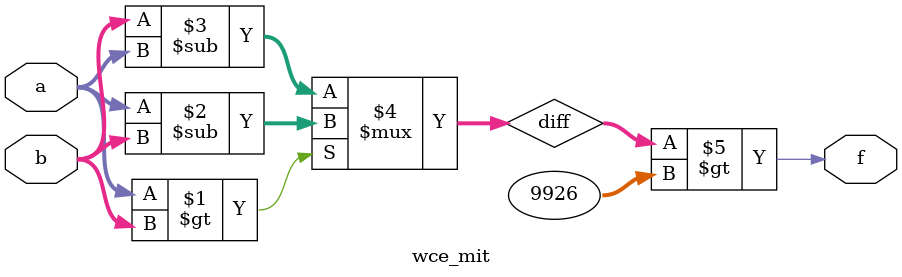
<source format=v>
module wce_mit(a, b, f);
parameter _bit = 16;
parameter wce = 9926;
input [_bit - 1: 0] a;
input [_bit - 1: 0] b;
output f;
wire [_bit - 1: 0] diff;
assign diff = (a > b)? (a - b): (b - a);
assign f = (diff > wce);
endmodule

</source>
